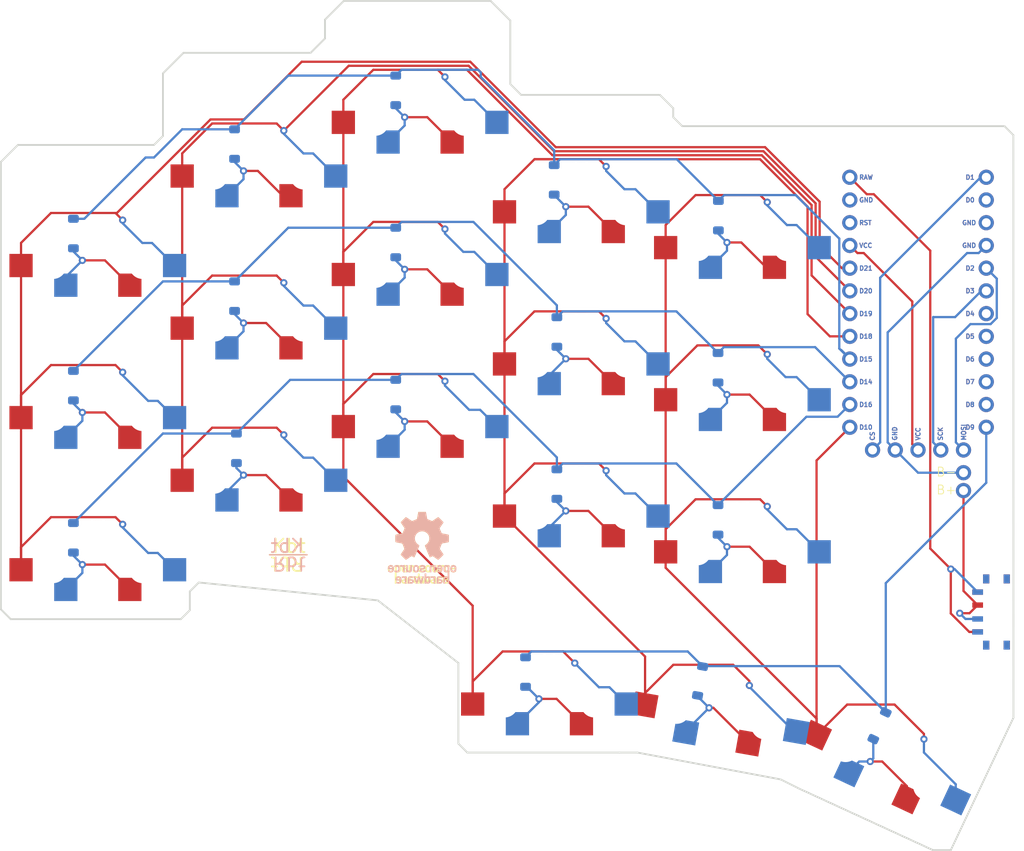
<source format=kicad_pcb>
(kicad_pcb (version 20221018) (generator pcbnew)
  (layers (0 "F.Cu" signal) (31 "B.Cu" signal) (34 "B.Paste" user) (35 "F.Paste" user) (36 "B.SilkS" user "B.Silkscreen") (37 "F.SilkS" user "F.Silkscreen") (38 "B.Mask" user) (39 "F.Mask" user) (44 "Edge.Cuts" user))
  (net 0 "")
  (net 1 "RAW1")
  (net 2 "/C1R1")
  (net 3 "/C2R1")
  (net 4 "/C3R1")
  (net 5 "/C4R1")
  (net 6 "/C5R1")
  (net 7 "RAW2")
  (net 8 "/C1R2")
  (net 9 "/C2R2")
  (net 10 "/C3R2")
  (net 11 "/C4R2")
  (net 12 "/C5R2")
  (net 13 "RAW3")
  (net 14 "/C1R3")
  (net 15 "/C2R3")
  (net 16 "/C3R3")
  (net 17 "/C4R3")
  (net 18 "/C5R3")
  (net 19 "RAW4")
  (net 20 "/C3R4")
  (net 21 "/C4R4")
  (net 22 "/C5R4")
  (net 23 "RAW")
  (net 24 "GND")
  (net 26 "VCC")
  (net 27 "COL1")
  (net 28 "COL2")
  (net 29 "COL3")
  (net 30 "COL4")
  (net 31 "CS")
  (net 34 "MOSI")
  (net 35 "SCK")
  (net 41 "COL5")
  (net 42 "B+")
  (footprint "Kbt_footprints:Kailh choc switch reversible" (layer "F.Cu") (at 136 84)
    (fp_text reference "SW_Kailh8" hide)
    (fp_text value "~")
  )
  (footprint "Kbt_footprints:D_SOD-123-back" (layer "F.Cu") (at 124 65 -90)
    (fp_text reference "D2" hide)
    (fp_text value "1N4148W")
  )
  (footprint "Kbt_footprints:D_SOD-123-back" (layer "F.Cu") (at 178.04 73 -90)
    (fp_text reference "D5" hide)
    (fp_text value "1N4148W")
  )
  (footprint "Kbt_footprints:D_SOD-123-back" (layer "F.Cu") (at 106 109 -90)
    (fp_text reference "D11" hide)
    (fp_text value "1N4148W")
  )
  (footprint "Kbt_footprints:Kailh choc switch reversible" (layer "F.Cu") (at 100 117)
    (fp_text reference "SW_Kailh11" hide)
    (fp_text value "~")
  )
  (footprint "Kbt_footprints:Kailh choc switch reversible" (layer "F.Cu") (at 172 81)
    (fp_text reference "SW_Kailh5" hide)
    (fp_text value "~")
  )
  (footprint "Kbt_footprints:Nice!Nano gpio" (layer "F.Cu") (at 191.45 97.71)
    (fp_text reference "Nice!Nano1" hide)
    (fp_text value "~")
  )
  (footprint "Kbt_footprints:D_SOD-123-back" (layer "F.Cu") (at 106 92 -90)
    (fp_text reference "D6" hide)
    (fp_text value "1N4148W")
  )
  (footprint "Symbol:OSHW-Logo_7.5x8mm_SilkScreen" (layer "F.Cu") (at 144.93 110.12)
    (fp_text reference "REF**" hide)
    (fp_text value "OSHW-Logo_7.5x8mm_SilkScreen" hide)
  )
  (footprint "Kbt_footprints:Kailh choc switch reversible" (layer "F.Cu") (at 187 135.007778 -25)
    (fp_text reference "SW_Kailh18" hide)
    (fp_text value "~")
  )
  (footprint "Kbt_footprints:D_SOD-123-back" (layer "F.Cu") (at 160 103 -90)
    (fp_text reference "D14" hide)
    (fp_text value "1N4148W")
  )
  (footprint "Kbt_footprints:D_SOD-123-back" (layer "F.Cu") (at 160 86 -90)
    (fp_text reference "D9" hide)
    (fp_text value "1N4148W")
  )
  (footprint "Kbt_footprints:D_SOD-123-back" (layer "F.Cu") (at 142 76 -90)
    (fp_text reference "D8" hide)
    (fp_text value "1N4148W")
  )
  (footprint "Kbt_footprints:Kailh choc switch reversible" (layer "F.Cu") (at 118 107)
    (fp_text reference "SW_Kailh12" hide)
    (fp_text value "~")
  )
  (footprint "Kbt_footprints:D_SOD-123-back" (layer "F.Cu") (at 142 59 -90)
    (fp_text reference "D3" hide)
    (fp_text value "1N4148W")
  )
  (footprint "Kbt_footprints:D_SOD-123-back" (layer "F.Cu") (at 178 90 -90)
    (fp_text reference "D10" hide)
    (fp_text value "1N4148W")
  )
  (footprint "Kbt_footprints:D_SOD-123-back" (layer "F.Cu") (at 124 82 -90)
    (fp_text reference "D7" hide)
    (fp_text value "1N4148W")
  )
  (footprint "Kbt_footprints:D_SOD-123-back" (layer "F.Cu") (at 124.21 99 -90)
    (fp_text reference "D12" hide)
    (fp_text value "1N4148W")
  )
  (footprint "Kbt_footprints:S2B-PH-K-S" (layer "F.Cu") (at 205.42 103.73)
    (fp_text reference "S2B-PH-K-S1" hide)
    (fp_text value "~")
  )
  (footprint "Kbt_footprints:D_SOD-123-back" (layer "F.Cu") (at 156.5 124.007778 -90)
    (fp_text reference "D16" hide)
    (fp_text value "1N4148W")
  )
  (footprint "Kbt_footprints:D_SOD-123-back" (layer "F.Cu") (at 106 75 -90)
    (fp_text reference "D1" hide)
    (fp_text value "1N4148W")
  )
  (footprint "Kbt_footprints:Kailh choc switch reversible" (layer "F.Cu") (at 136 101)
    (fp_text reference "SW_Kailh13" hide)
    (fp_text value "~")
  )
  (footprint "Kbt_footprints:Kailh choc switch reversible" (layer "F.Cu") (at 150.445 132.007778)
    (fp_text reference "SW_Kailh16" hide)
    (fp_text value "~")
  )
  (footprint "Kbt_footprints:D_SOD-123-back" (layer "F.Cu") (at 196.04 130.007778 -115)
    (fp_text reference "D18" hide)
    (fp_text value "1N4148W")
  )
  (footprint "Kbt_footprints:Kailh choc switch reversible" (layer "F.Cu") (at 168.935 132.007778 -10)
    (fp_text reference "SW_Kailh17" hide)
    (fp_text value "~")
  )
  (footprint "Kbt_footprints:Kailh choc switch reversible" (layer "F.Cu") (at 100 83)
    (fp_text reference "SW_Kailh1" hide)
    (fp_text value "~")
  )
  (footprint "Kbt_footprints:Kailh choc switch reversible" (layer "F.Cu") (at 118 73)
    (fp_text reference "SW_Kailh2" hide)
    (fp_text value "~")
  )
  (footprint "Kbt_footprints:D_SOD-123-back" (layer "F.Cu") (at 178 107 -90)
    (fp_text reference "D15" hide)
    (fp_text value "1N4148W")
  )
  (footprint "Kbt_footprints:SW_MSK12C02" (layer "F.Cu") (at 206.95 121)
    (fp_text reference "SW_MSK12C1" hide)
    (fp_text value "~")
  )
  (footprint "Kbt_footprints:Kailh choc switch reversible" (layer "F.Cu") (at 154 94)
    (fp_text reference "SW_Kailh9" hide)
    (fp_text value "~")
  )
  (footprint "Kbt_footprints:D_SOD-123-back" (layer "F.Cu") (at 176 125.007778 -100)
    (fp_text reference "D17" hide)
    (fp_text value "1N4148W")
  )
  (footprint "Kbt_footprints:Kailh choc switch reversible" (layer "F.Cu") (at 154 77)
    (fp_text reference "SW_Kailh4" hide)
    (fp_text value "~")
  )
  (footprint "Kbt_footprints:Nice!View pins" (layer "F.Cu") (at 193.34 100.18)
    (fp_text reference "Nice!View1" hide)
    (fp_text value "~")
  )
  (footprint "Kbt_footprints:D_SOD-123-back" (layer "F.Cu") (at 142 93 -90)
    (fp_text reference "D13" hide)
    (fp_text value "1N4148W")
  )
  (footprint "Kbt_footprints:Kailh choc switch reversible" (layer "F.Cu") (at 136 67)
    (fp_text reference "SW_Kailh3" hide)
    (fp_text value "~")
  )
  (footprint "Kbt_footprints:Kailh choc switch reversible" (layer "F.Cu") (at 172 115)
    (fp_text reference "SW_Kailh15" hide)
    (fp_text value "~")
  )
  (footprint "Kbt_footprints:Kailh choc switch reversible" (layer "F.Cu") (at 154 111)
    (fp_text reference "SW_Kailh14" hide)
    (fp_text value "~")
  )
  (footprint "Kbt_footprints:Kailh choc switch reversible" (layer "F.Cu") (at 172 98)
    (fp_text reference "SW_Kailh10" hide)
    (fp_text value "~")
  )
  (footprint "Kbt_footprints:D_SOD-123-back" (layer "F.Cu") (at 159.7 69 -90)
    (fp_text reference "D4" hide)
    (fp_text value "1N4148W")
  )
  (footprint "Kbt_footprints:Kailh choc switch reversible" (layer "F.Cu") (at 118 90)
    (fp_text reference "SW_Kailh7" hide)
    (fp_text value "~")
  )
  (footprint "Kbt_footprints:Kailh choc switch reversible" (layer "F.Cu") (at 100 100)
    (fp_text reference "SW_Kailh6" hide)
    (fp_text value "~")
  )
  (footprint "Symbol:OSHW-Logo_7.5x8mm_SilkScreen" (layer "B.Cu") (at 144.96 110.12 180)
    (fp_text reference "REF**" hide)
    (fp_text value "OSHW-Logo_7.5x8mm_SilkScreen" hide)
  )
  (gr_line (start 127.9 110.9) (end 132.1 110.9) (stroke (width 0.15)) (layer "B.SilkS"))
  (gr_line (start 127.9 110.9) (end 132.1 110.9) (stroke (width 0.15)) (layer "F.SilkS"))
  (gr_line (start 152.6 49) (end 154.8 51.2) (stroke (width 0.2)) (layer "Edge.Cuts"))
  (gr_line (start 174 63) (end 210 63) (stroke (width 0.2)) (layer "Edge.Cuts"))
  (gr_line (start 169 133.007778) (end 185 136.007778) (stroke (width 0.2)) (layer "Edge.Cuts"))
  (gr_line (start 119 117.1) (end 118 118.1) (stroke (width 0.2)) (layer "Edge.Cuts"))
  (gr_line (start 97.9 117) (end 97.9 67) (stroke (width 0.2)) (layer "Edge.Cuts"))
  (gr_line (start 154.8 58.3) (end 154.8 51.2) (stroke (width 0.2)) (layer "Edge.Cuts"))
  (gr_line (start 156 59.5) (end 154.8 58.3) (stroke (width 0.2)) (layer "Edge.Cuts"))
  (gr_line (start 167 133.007778) (end 169 133.007778) (stroke (width 0.2)) (layer "Edge.Cuts"))
  (gr_line (start 171.5 59.5) (end 156 59.5) (stroke (width 0.2)) (layer "Edge.Cuts"))
  (gr_line (start 99 118.1) (end 97.9 117) (stroke (width 0.2)) (layer "Edge.Cuts"))
  (gr_line (start 134.1 53.2) (end 134.1 51.1) (stroke (width 0.2)) (layer "Edge.Cuts"))
  (gr_line (start 134.1 51.1) (end 136.2 49) (stroke (width 0.2)) (layer "Edge.Cuts"))
  (gr_line (start 116 64.1) (end 116 57.1) (stroke (width 0.2)) (layer "Edge.Cuts"))
  (gr_line (start 99.8 65.1) (end 115 65.1) (stroke (width 0.2)) (layer "Edge.Cuts"))
  (gr_line (start 185 136.007778) (end 187 137.007778) (stroke (width 0.2)) (layer "Edge.Cuts"))
  (gr_line (start 149 123) (end 140 116) (stroke (width 0.2)) (layer "Edge.Cuts"))
  (gr_line (start 174 63) (end 173 62) (stroke (width 0.2)) (layer "Edge.Cuts"))
  (gr_line (start 210 63) (end 210.99 64.01) (stroke (width 0.2)) (layer "Edge.Cuts"))
  (gr_line (start 202 143.907778) (end 204 143.907778) (stroke (width 0.2)) (layer "Edge.Cuts"))
  (gr_line (start 136.2 49) (end 152.6 49) (stroke (width 0.2)) (layer "Edge.Cuts"))
  (gr_line (start 211 129.1) (end 210.99 64.01) (stroke (width 0.2)) (layer "Edge.Cuts"))
  (gr_line (start 149 132.007778) (end 150 133.007778) (stroke (width 0.2)) (layer "Edge.Cuts"))
  (gr_line (start 132.5 54.8) (end 134.1 53.2) (stroke (width 0.2)) (layer "Edge.Cuts"))
  (gr_line (start 120 114) (end 140 116) (stroke (width 0.2)) (layer "Edge.Cuts"))
  (gr_line (start 115 65.1) (end 116 64.1) (stroke (width 0.2)) (layer "Edge.Cuts"))
  (gr_line (start 149 123) (end 149 132.007778) (stroke (width 0.2)) (layer "Edge.Cuts"))
  (gr_line (start 116 57.1) (end 118.3 54.8) (stroke (width 0.2)) (layer "Edge.Cuts"))
  (gr_line (start 187 137.007778) (end 202 143.907778) (stroke (width 0.2)) (layer "Edge.Cuts"))
  (gr_line (start 173 62) (end 173 61) (stroke (width 0.2)) (layer "Edge.Cuts"))
  (gr_line (start 204 143.907778) (end 211 129.107778) (stroke (width 0.2)) (layer "Edge.Cuts"))
  (gr_line (start 120 114) (end 119 115) (stroke (width 0.2)) (layer "Edge.Cuts"))
  (gr_line (start 97.9 67) (end 99.8 65.1) (stroke (width 0.2)) (layer "Edge.Cuts"))
  (gr_line (start 173 61) (end 171.5 59.5) (stroke (width 0.2)) (layer "Edge.Cuts"))
  (gr_line (start 118.3 54.8) (end 132.5 54.8) (stroke (width 0.2)) (layer "Edge.Cuts"))
  (gr_line (start 150 133.007778) (end 167 133.007778) (stroke (width 0.2)) (layer "Edge.Cuts"))
  (gr_line (start 99 118.1) (end 118 118.1) (stroke (width 0.2)) (layer "Edge.Cuts"))
  (gr_line (start 119 117.1) (end 119 115) (stroke (width 0.2)) (layer "Edge.Cuts"))
  (gr_text "Rbt" (at 128.1 111 180) (layer "B.SilkS") (effects (font (size 1.5 1.5) (thickness 0.2)) (justify left bottom mirror)))
  (gr_text "Kbt" (at 131.87 110.79) (layer "B.SilkS") (effects (font (size 1.5 1.5) (thickness 0.2)) (justify left bottom mirror)))
  (gr_text "Kbt" (at 128.1 110.79) (layer "F.SilkS") (effects (font (size 1.5 1.5) (thickness 0.2)) (justify left bottom)))
  (gr_text "Rbt" (at 131.87 111.01 180) (layer "F.SilkS") (effects (font (size 1.5 1.5) (thickness 0.2)) (justify left bottom)))
  (segment (start 178.04 71.35) (end 178.69 70.7) (width 0.25) (layer "B.Cu") (net 1))
  (segment (start 107.215507 73.35) (end 114.065507 66.5) (width 0.25) (layer "B.Cu") (net 1))
  (segment (start 114.065507 66.5) (end 115 66.5) (width 0.25) (layer "B.Cu") (net 1))
  (segment (start 159.7 67.35) (end 160.35 66.7) (width 0.25) (layer "B.Cu") (net 1))
  (segment (start 159.7 65.7) (end 159.7 67.35) (width 0.25) (layer "B.Cu") (net 1))
  (segment (start 191.755 88.005) (end 192.93 89.18) (width 0.25) (layer "B.Cu") (net 1))
  (segment (start 191.545 75.57) (end 191.545 87.855) (width 0.25) (layer "B.Cu") (net 1))
  (segment (start 151.5 57.5) (end 159.7 65.7) (width 0.25) (layer "B.Cu") (net 1))
  (segment (start 151.2 56.7) (end 151.5 57) (width 0.25) (layer "B.Cu") (net 1))
  (segment (start 118.15 63.35) (end 124 63.35) (width 0.25) (layer "B.Cu") (net 1))
  (segment (start 124 63.35) (end 130 57.35) (width 0.25) (layer "B.Cu") (net 1))
  (segment (start 115 66.5) (end 118.15 63.35) (width 0.25) (layer "B.Cu") (net 1))
  (segment (start 106 73.35) (end 107.215507 73.35) (width 0.25) (layer "B.Cu") (net 1))
  (segment (start 191.545 87.855) (end 192.72 89.03) (width 0.25) (layer "B.Cu") (net 1))
  (segment (start 142.65 56.7) (end 151.2 56.7) (width 0.25) (layer "B.Cu") (net 1))
  (segment (start 186.675 70.7) (end 191.545 75.57) (width 0.25) (layer "B.Cu") (net 1))
  (segment (start 151.5 57) (end 151.5 57.5) (width 0.25) (layer "B.Cu") (net 1))
  (segment (start 142 57.35) (end 142.65 56.7) (width 0.25) (layer "B.Cu") (net 1))
  (segment (start 178.69 70.7) (end 186.675 70.7) (width 0.25) (layer "B.Cu") (net 1))
  (segment (start 130 57.35) (end 142 57.35) (width 0.25) (layer "B.Cu") (net 1))
  (segment (start 173.39 66.7) (end 178.04 71.35) (width 0.25) (layer "B.Cu") (net 1))
  (segment (start 160.35 66.7) (end 173.39 66.7) (width 0.25) (layer "B.Cu") (net 1))
  (segment (start 109.525 78) (end 107 78) (width 0.25) (layer "F.Cu") (net 2))
  (segment (start 112.3 80.775) (end 109.525 78) (width 0.25) (layer "F.Cu") (net 2))
  (via (at 107 78) (size 0.8) (drill 0.4) (layers "F.Cu" "B.Cu") (net 2))
  (segment (start 106 76.65) (end 106 77) (width 0.25) (layer "B.Cu") (net 2))
  (segment (start 106 77) (end 107 78) (width 0.25) (layer "B.Cu") (net 2))
  (segment (start 105.15 80.775) (end 105.15 79.85) (width 0.25) (layer "B.Cu") (net 2))
  (segment (start 105.15 79.85) (end 107 78) (width 0.25) (layer "B.Cu") (net 2))
  (segment (start 126.60165 68) (end 125 68) (width 0.25) (layer "F.Cu") (net 3))
  (segment (start 130.3 70.775) (end 129.37665 70.775) (width 0.25) (layer "F.Cu") (net 3))
  (segment (start 129.37665 70.775) (end 126.60165 68) (width 0.25) (layer "F.Cu") (net 3))
  (via (at 125 68) (size 0.8) (drill 0.4) (layers "F.Cu" "B.Cu") (net 3))
  (segment (start 125 68.925) (end 125 68) (width 0.25) (layer "B.Cu") (net 3))
  (segment (start 124 67) (end 125 68) (width 0.25) (layer "B.Cu") (net 3))
  (segment (start 124 66.65) (end 124 67) (width 0.25) (layer "B.Cu") (net 3))
  (segment (start 123.15 70.775) (end 125 68.925) (width 0.25) (layer "B.Cu") (net 3))
  (segment (start 148.3 64.775) (end 145.525 62) (width 0.25) (layer "F.Cu") (net 4))
  (segment (start 145.525 62) (end 143 62) (width 0.25) (layer "F.Cu") (net 4))
  (via (at 143 62) (size 0.8) (drill 0.4) (layers "F.Cu" "B.Cu") (net 4))
  (segment (start 141.15 64.775) (end 143 62.925) (width 0.25) (layer "B.Cu") (net 4))
  (segment (start 142 61) (end 143 62) (width 0.25) (layer "B.Cu") (net 4))
  (segment (start 143 62.925) (end 143 62) (width 0.25) (layer "B.Cu") (net 4))
  (segment (start 142 60.65) (end 142 61) (width 0.25) (layer "B.Cu") (net 4))
  (segment (start 166.3 74.775) (end 163.525 72) (width 0.25) (layer "F.Cu") (net 5))
  (segment (start 163.525 72) (end 161 72) (width 0.25) (layer "F.Cu") (net 5))
  (via (at 161 72) (size 0.8) (drill 0.4) (layers "F.Cu" "B.Cu") (net 5))
  (segment (start 159.15 74.775) (end 161 72.925) (width 0.25) (layer "B.Cu") (net 5))
  (segment (start 159.7 70.65) (end 159.7 70.7) (width 0.25) (layer "B.Cu") (net 5))
  (segment (start 159.7 70.7) (end 161 72) (width 0.25) (layer "B.Cu") (net 5))
  (segment (start 161 72.925) (end 161 72) (width 0.25) (layer "B.Cu") (net 5))
  (segment (start 180.60165 76) (end 179 76) (width 0.25) (layer "F.Cu") (net 6))
  (segment (start 184.3 78.775) (end 183.37665 78.775) (width 0.25) (layer "F.Cu") (net 6))
  (segment (start 183.37665 78.775) (end 180.60165 76) (width 0.25) (layer "F.Cu") (net 6))
  (via (at 179 76) (size 0.8) (drill 0.4) (layers "F.Cu" "B.Cu") (net 6))
  (segment (start 178.04 75.04) (end 179 76) (width 0.25) (layer "B.Cu") (net 6))
  (segment (start 177.15 78.775) (end 179 76.925) (width 0.25) (layer "B.Cu") (net 6))
  (segment (start 178.04 74.65) (end 178.04 75.04) (width 0.25) (layer "B.Cu") (net 6))
  (segment (start 179 76.925) (end 179 76) (width 0.25) (layer "B.Cu") (net 6))
  (segment (start 106 90.35) (end 116 80.35) (width 0.25) (layer "B.Cu") (net 7))
  (segment (start 178.65 87.7) (end 188.85 87.7) (width 0.25) (layer "B.Cu") (net 7))
  (segment (start 160 84.35) (end 160.65 83.7) (width 0.25) (layer "B.Cu") (net 7))
  (segment (start 160 83.025) (end 160 84.35) (width 0.25) (layer "B.Cu") (net 7))
  (segment (start 142 74.35) (end 142.65 73.7) (width 0.25) (layer "B.Cu") (net 7))
  (segment (start 160.65 83.7) (end 173.35 83.7) (width 0.25) (layer "B.Cu") (net 7))
  (segment (start 116 80.35) (end 124 80.35) (width 0.25) (layer "B.Cu") (net 7))
  (segment (start 150.675 73.7) (end 160 83.025) (width 0.25) (layer "B.Cu") (net 7))
  (segment (start 178 88.35) (end 178.65 87.7) (width 0.25) (layer "B.Cu") (net 7))
  (segment (start 130 74.35) (end 142 74.35) (width 0.25) (layer "B.Cu") (net 7))
  (segment (start 124 80.35) (end 130 74.35) (width 0.25) (layer "B.Cu") (net 7))
  (segment (start 173.35 83.7) (end 178 88.35) (width 0.25) (layer "B.Cu") (net 7))
  (segment (start 142.65 73.7) (end 150.675 73.7) (width 0.25) (layer "B.Cu") (net 7))
  (segment (start 188.85 87.7) (end 192.72 91.57) (width 0.25) (layer "B.Cu") (net 7))
  (segment (start 112.3 97.775) (end 109.525 95) (width 0.25) (layer "F.Cu") (net 8))
  (segment (start 109.525 95) (end 107 95) (width 0.25) (layer "F.Cu") (net 8))
  (via (at 107 95) (size 0.8) (drill 0.4) (layers "F.Cu" "B.Cu") (net 8))
  (segment (start 106 93.65) (end 106 94) (width 0.25) (layer "B.Cu") (net 8))
  (segment (start 106 94) (end 107 95) (width 0.25) (layer "B.Cu") (net 8))
  (segment (start 107 95.925) (end 107 95) (width 0.25) (layer "B.Cu") (net 8))
  (segment (start 105.15 97.775) (end 107 95.925) (width 0.25) (layer "B.Cu") (net 8))
  (segment (start 127.525 85) (end 125 85) (width 0.25) (layer "F.Cu") (net 9))
  (segment (start 130.3 87.775) (end 127.525 85) (width 0.25) (layer "F.Cu") (net 9))
  (via (at 125 85) (size 0.8) (drill 0.4) (layers "F.Cu" "B.Cu") (net 9))
  (segment (start 123.15 87.775) (end 125 85.925) (width 0.25) (layer "B.Cu") (net 9))
  (segment (start 124 83.65) (end 124 84) (width 0.25) (layer "B.Cu") (net 9))
  (segment (start 124 84) (end 125 85) (width 0.25) (layer "B.Cu") (net 9))
  (segment (start 125 85.925) (end 125 85) (width 0.25) (layer "B.Cu") (net 9))
  (segment (start 145.525 79) (end 143 79) (width 0.25) (layer "F.Cu") (net 10))
  (segment (start 148.3 81.775) (end 145.525 79) (width 0.25) (layer "F.Cu") (net 10))
  (via (at 143 79) (size 0.8) (drill 0.4) (layers "F.Cu" "B.Cu") (net 10))
  (segment (start 142 77.65) (end 142 78) (width 0.25) (layer "B.Cu") (net 10))
  (segment (start 143 79.925) (end 143 79) (width 0.25) (layer "B.Cu") (net 10))
  (segment (start 141.15 81.775) (end 143 79.925) (width 0.25) (layer "B.Cu") (net 10))
  (segment (start 142 78) (end 143 79) (width 0.25) (layer "B.Cu") (net 10))
  (segment (start 166.3 91.775) (end 163.525 89) (width 0.25) (layer "F.Cu") (net 11))
  (segment (start 163.525 89) (end 161 89) (width 0.25) (layer "F.Cu") (net 11))
  (via (at 161 89) (size 0.8) (drill 0.4) (layers "F.Cu" "B.Cu") (net 11))
  (segment (start 160 87.65) (end 160 88) (width 0.25) (layer "B.Cu") (net 11))
  (segment (start 160 88) (end 161 89) (width 0.25) (layer "B.Cu") (net 11))
  (segment (start 159.15 91.775) (end 159.15 90.85) (width 0.25) (layer "B.Cu") (net 11))
  (segment (start 159.15 90.85) (end 161 89) (width 0.25) (layer "B.Cu") (net 11))
  (segment (start 184.3 95.775) (end 181.525 93) (width 0.25) (layer "F.Cu") (net 12))
  (segment (start 181.525 93) (end 179 93) (width 0.25) (layer "F.Cu") (net 12))
  (via (at 179 93) (size 0.8) (drill 0.4) (layers "F.Cu" "B.Cu") (net 12))
  (segment (start 179 93.925) (end 179 93) (width 0.25) (layer "B.Cu") (net 12))
  (segment (start 178 92) (end 179 93) (width 0.25) (layer "B.Cu") (net 12))
  (segment (start 178 91.65) (end 178 92) (width 0.25) (layer "B.Cu") (net 12))
  (segment (start 177.15 95.775) (end 179 93.925) (width 0.25) (layer "B.Cu") (net 12))
  (segment (start 150.675 90.7) (end 160 100.025) (width 0.25) (layer "B.Cu") (net 13))
  (segment (start 173.35 100.7) (end 178 105.35) (width 0.25) (layer "B.Cu") (net 13))
  (segment (start 191.355 95.475) (end 192.72 94.11) (width 0.25) (layer "B.Cu") (net 13))
  (segment (start 187.875 95.475) (end 191.355 95.475) (width 0.25) (layer "B.Cu") (net 13))
  (segment (start 116 97.35) (end 124.21 97.35) (width 0.25) (layer "B.Cu") (net 13))
  (segment (start 142.65 90.7) (end 150.675 90.7) (width 0.25) (layer "B.Cu") (net 13))
  (segment (start 130.21 91.35) (end 142 91.35) (width 0.25) (layer "B.Cu") (net 13))
  (segment (start 160 100.025) (end 160 101.35) (width 0.25) (layer "B.Cu") (net 13))
  (segment (start 106 107.35) (end 116 97.35) (width 0.25) (layer "B.Cu") (net 13))
  (segment (start 178 105.35) (end 187.875 95.475) (width 0.25) (layer "B.Cu") (net 13))
  (segment (start 124.21 97.35) (end 130.21 91.35) (width 0.25) (layer "B.Cu") (net 13))
  (segment (start 160 101.35) (end 160.65 100.7) (width 0.25) (layer "B.Cu") (net 13))
  (segment (start 142 91.35) (end 142.65 90.7) (width 0.25) (layer "B.Cu") (net 13))
  (segment (start 160.65 100.7) (end 173.35 100.7) (width 0.25) (layer "B.Cu") (net 13))
  (segment (start 112.3 114.775) (end 109.525 112) (width 0.25) (layer "F.Cu") (net 14))
  (segment (start 109.525 112) (end 107 112) (width 0.25) (layer "F.Cu") (net 14))
  (via (at 107 112) (size 0.8) (drill 0.4) (layers "F.Cu" "B.Cu") (net 14))
  (segment (start 106 110.65) (end 106 111) (width 0.25) (layer "B.Cu") (net 14))
  (segment (start 107 112.925) (end 107 112) (width 0.25) (layer "B.Cu") (net 14))
  (segment (start 106 111) (end 107 112) (width 0.25) (layer "B.Cu") (net 14))
  (segment (start 105.15 114.775) (end 107 112.925) (width 0.25) (layer "B.Cu") (net 14))
  (segment (start 130.3 104.775) (end 127.525 102) (width 0.25) (layer "F.Cu") (net 15))
  (segment (start 127.525 102) (end 125 102) (width 0.25) (layer "F.Cu") (net 15))
  (via (at 125 102) (size 0.8) (drill 0.4) (layers "F.Cu" "B.Cu") (net 15))
  (segment (start 123.15 103.85) (end 125 102) (width 0.25) (layer "B.Cu") (net 15))
  (segment (start 124.21 100.65) (end 124.21 101.21) (width 0.25) (layer "B.Cu") (net 15))
  (segment (start 124.21 101.21) (end 125 102) (width 0.25) (layer "B.Cu") (net 15))
  (segment (start 123.15 104.775) (end 123.15 103.85) (width 0.25) (layer "B.Cu") (net 15))
  (segment (start 145.525 96) (end 143 96) (width 0.25) (layer "F.Cu") (net 16))
  (segment (start 148.3 98.775) (end 145.525 96) (width 0.25) (layer "F.Cu") (net 16))
  (via (at 143 96) (size 0.8) (drill 0.4) (layers "F.Cu" "B.Cu") (net 16))
  (segment (start 141.15 98.775) (end 143 96.925) (width 0.25) (layer "B.Cu") (net 16))
  (segment (start 142 95) (end 143 96) (width 0.25) (layer "B.Cu") (net 16))
  (segment (start 142 94.65) (end 142 95) (width 0.25) (layer "B.Cu") (net 16))
  (segment (start 143 96.925) (end 143 96) (width 0.25) (layer "B.Cu") (net 16))
  (segment (start 166.3 108.775) (end 163.525 106) (width 0.25) (layer "F.Cu") (net 17))
  (segment (start 163.525 106) (end 161 106) (width 0.25) (layer "F.Cu") (net 17))
  (via (at 161 106) (size 0.8) (drill 0.4) (layers "F.Cu" "B.Cu") (net 17))
  (segment (start 159.15 107.85) (end 161 106) (width 0.25) (layer "B.Cu") (net 17))
  (segment (start 160 104.65) (end 160 105) (width 0.25) (layer "B.Cu") (net 17))
  (segment (start 160 105) (end 161 106) (width 0.25) (layer "B.Cu") (net 17))
  (segment (start 159.15 108.775) (end 159.15 107.85) (width 0.25) (layer "B.Cu") (net 17))
  (segment (start 184.3 112.775) (end 181.525 110) (width 0.25) (layer "F.Cu") (net 18))
  (segment (start 181.525 110) (end 179 110) (width 0.25) (layer "F.Cu") (net 18))
  (via (at 179 110) (size 0.8) (drill 0.4) (layers "F.Cu" "B.Cu") (net 18))
  (segment (start 178 108.65) (end 178 109) (width 0.25) (layer "B.Cu") (net 18))
  (segment (start 177.15 112.775) (end 179 110.925) (width 0.25) (layer "B.Cu") (net 18))
  (segment (start 179 110.925) (end 179 110) (width 0.25) (layer "B.Cu") (net 18))
  (segment (start 178 109) (end 179 110) (width 0.25) (layer "B.Cu") (net 18))
  (segment (start 196.73732 128.51237) (end 192.61 124.38505) (width 0.25) (layer "B.Cu") (net 19))
  (segment (start 174.611452 121.707778) (end 176.286519 123.382845) (width 0.25) (layer "B.Cu") (net 19))
  (segment (start 156.5 122.357778) (end 157.15 121.707778) (width 0.25) (layer "B.Cu") (net 19))
  (segment (start 196.73732 128.51237) (end 196.73732 114.074381) (width 0.25) (layer "B.Cu") (net 19))
  (segment (start 176.321549 123.347815) (end 191.572765 123.347815) (width 0.25) (layer "B.Cu") (net 19))
  (segment (start 196.73732 114.074381) (end 207.96 102.851701) (width 0.25) (layer "B.Cu") (net 19))
  (segment (start 176.286519 123.382845) (end 176.321549 123.347815) (width 0.25) (layer "B.Cu") (net 19))
  (segment (start 157.15 121.707778) (end 174.611452 121.707778) (width 0.25) (layer "B.Cu") (net 19))
  (segment (start 191.572765 123.347815) (end 196.73732 128.51237) (width 0.25) (layer "B.Cu") (net 19))
  (segment (start 207.96 102.851701) (end 207.96 96.65) (width 0.25) (layer "B.Cu") (net 19))
  (segment (start 162.745 129.782778) (end 159.97 127.007778) (width 0.25) (layer "F.Cu") (net 20))
  (segment (start 159.97 127.007778) (end 158 127.007778) (width 0.25) (layer "F.Cu") (net 20))
  (via (at 158 127.007778) (size 0.8) (drill 0.4) (layers "F.Cu" "B.Cu") (net 20))
  (segment (start 155.595 129.782778) (end 158 127.377778) (width 0.25) (layer "B.Cu") (net 20))
  (segment (start 156.5 125.657778) (end 156.65 125.657778) (width 0.25) (layer "B.Cu") (net 20))
  (segment (start 158 127.377778) (end 158 127.007778) (width 0.25) (layer "B.Cu") (net 20))
  (segment (start 156.65 125.657778) (end 158 127.007778) (width 0.25) (layer "B.Cu") (net 20))
  (segment (start 177.489828 128.007778) (end 177 128.007778) (width 0.25) (layer "F.Cu") (net 21))
  (segment (start 181.434503 131.952453) (end 177.489828 128.007778) (width 0.25) (layer "F.Cu") (net 21))
  (via (at 177 128.007778) (size 0.8) (drill 0.4) (layers "F.Cu" "B.Cu") (net 21))
  (segment (start 175.713481 126.632711) (end 175.713481 126.721259) (width 0.25) (layer "B.Cu") (net 21))
  (segment (start 174.393127 130.710869) (end 174.393127 130.614651) (width 0.25) (layer "B.Cu") (net 21))
  (segment (start 174.393127 130.614651) (end 177 128.007778) (width 0.25) (layer "B.Cu") (net 21))
  (segment (start 175.713481 126.721259) (end 177 128.007778) (width 0.25) (layer "B.Cu") (net 21))
  (segment (start 196.340632 134.007778) (end 195 134.007778) (width 0.25) (layer "F.Cu") (net 22))
  (segment (start 199.087911 136.755057) (end 196.340632 134.007778) (width 0.25) (layer "F.Cu") (net 22))
  (segment (start 199.087911 138.189448) (end 199.087911 136.755057) (width 0.25) (layer "F.Cu") (net 22))
  (via (at 195 134.007778) (size 0.8) (drill 0.4) (layers "F.Cu" "B.Cu") (net 22))
  (segment (start 192.607811 135.167727) (end 193.76776 134.007778) (width 0.25) (layer "B.Cu") (net 22))
  (segment (start 195.34268 131.503186) (end 195.34268 133.665098) (width 0.25) (layer "B.Cu") (net 22))
  (segment (start 193.76776 134.007778) (end 195 134.007778) (width 0.25) (layer "B.Cu") (net 22))
  (segment (start 195.34268 133.665098) (end 195 134.007778) (width 0.25) (layer "B.Cu") (net 22))
  (segment (start 201.705 110.205) (end 204 112.5) (width 0.25) (layer "F.Cu") (net 23))
  (segment (start 207 119.525) (end 206.06433 119.525) (width 0.25) (layer "F.Cu") (net 23))
  (segment (start 206.06433 119.525) (end 204 117.46067) (width 0.25) (layer "F.Cu") (net 23))
  (segment (start 204 112.5) (end 204.125 112.625) (width 0.25) (layer "F.Cu") (net 23))
  (segment (start 201.705 76.914629) (end 201.705 110.205) (width 0.25) (layer "F.Cu") (net 23))
  (segment (start 204.125 112.375) (end 204 112.5) (width 0.25) (layer "F.Cu") (net 23))
  (segment (start 194.618609 70.608609) (end 195.39898 70.608609) (width 0.25) (layer "F.Cu") (net 23))
  (segment (start 192.72 68.71) (end 194.618609 70.608609) (width 0.25) (layer "F.Cu") (net 23))
  (segment (start 195.39898 70.608609) (end 201.705 76.914629) (width 0.25) (layer "F.Cu") (net 23))
  (segment (start 204 117.46067) (end 204 112.5) (width 0.25) (layer "F.Cu") (net 23))
  (via (at 204 112.5) (size 0.8) (drill 0.4) (layers "F.Cu" "B.Cu") (net 23))
  (segment (start 204.425 112.5) (end 204 112.5) (width 0.25) (layer "B.Cu") (net 23))
  (segment (start 207 115.075) (end 204.425 112.5) (width 0.25) (layer "B.Cu") (net 23))
  (segment (start 205.82 77.18) (end 207.11 77.18) (width 0.25) (layer "B.Cu") (net 24))
  (segment (start 196.95 98.34) (end 196.95 86.05) (width 0.25) (layer "B.Cu") (net 24))
  (segment (start 200.34 101.73) (end 197.8 99.19) (width 0.25) (layer "B.Cu") (net 24))
  (segment (start 197.8 99.19) (end 196.95 98.34) (width 0.25) (layer "B.Cu") (net 24))
  (segment (start 207.11 77.18) (end 207.96 76.33) (width 0.25) (layer "B.Cu") (net 24))
  (segment (start 196.95 86.05) (end 205.82 77.18) (width 0.25) (layer "B.Cu") (net 24))
  (segment (start 205.42 101.73) (end 200.34 101.73) (width 0.25) (layer "B.Cu") (net 24))
  (segment (start 199.698609 98.548609) (end 200.34 99.19) (width 0.25) (layer "F.Cu") (net 26))
  (segment (start 199.698609 82.599667) (end 199.698609 98.548609) (width 0.25) (layer "F.Cu") (net 26))
  (segment (start 194.278942 77.18) (end 199.698609 82.599667) (width 0.25) (layer "F.Cu") (net 26))
  (segment (start 192.72 76.33) (end 193.57 77.18) (width 0.25) (layer "F.Cu") (net 26))
  (segment (start 193.57 77.18) (end 194.278942 77.18) (width 0.25) (layer "F.Cu") (net 26))
  (segment (start 131.5 55.8) (end 125.05 62.25) (width 0.25) (layer "F.Cu") (net 27))
  (segment (start 110.7 89.7) (end 111.5 90.5) (width 0.25) (layer "F.Cu") (net 27))
  (segment (start 103.496878 106.7) (end 110.7 106.7) (width 0.25) (layer "F.Cu") (net 27))
  (segment (start 100.15 78.575) (end 100.15 76.046878) (width 0.25) (layer "F.Cu") (net 27))
  (segment (start 100.15 95.575) (end 100.15 93.046878) (width 0.25) (layer "F.Cu") (net 27))
  (segment (start 103.496878 89.7) (end 110.7 89.7) (width 0.25) (layer "F.Cu") (net 27))
  (segment (start 110.860482 72.7) (end 110.7 72.7) (width 0.25) (layer "F.Cu") (net 27))
  (segment (start 110.7 72.7) (end 111.5 73.5) (width 0.25) (layer "F.Cu") (net 27))
  (segment (start 189.35 71.440812) (end 183.259188 65.35) (width 0.25) (layer "F.Cu") (net 27))
  (segment (start 191.841701 78.87) (end 189.35 76.378299) (width 0.25) (layer "F.Cu") (net 27))
  (segment (start 100.15 112.575) (end 100.15 110.046878) (width 0.25) (layer "F.Cu") (net 27))
  (segment (start 100.15 78.575) (end 100.15 112.575) (width 0.25) (layer "F.Cu") (net 27))
  (segment (start 125.05 62.25) (end 121.310482 62.25) (width 0.25) (layer "F.Cu") (net 27))
  (segment (start 100.15 93.046878) (end 103.496878 89.7) (width 0.25) (layer "F.Cu") (net 27))
  (segment (start 159.875914 65.35) (end 150.325914 55.8) (width 0.25) (layer "F.Cu") (net 27))
  (segment (start 150.325914 55.8) (end 131.5 55.8) (width 0.25) (layer "F.Cu") (net 27))
  (segment (start 110.7 106.7) (end 111.5 107.5) (width 0.25) (layer "F.Cu") (net 27))
  (segment (start 100.15 76.046878) (end 103.496878 72.7) (width 0.25) (layer "F.Cu") (net 27))
  (segment (start 121.310482 62.25) (end 110.860482 72.7) (width 0.25) (layer "F.Cu") (net 27))
  (segment (start 100.15 110.046878) (end 103.496878 106.7) (width 0.25) (layer "F.Cu") (net 27))
  (segment (start 103.496878 72.7) (end 110.7 72.7) (width 0.25) (layer "F.Cu") (net 27))
  (segment (start 192.72 78.87) (end 191.841701 78.87) (width 0.25) (layer "F.Cu") (net 27))
  (segment (start 183.259188 65.35) (end 159.875914 65.35) (width 0.25) (layer "F.Cu") (net 27))
  (segment (start 189.35 76.378299) (end 189.35 71.440812) (width 0.25) (layer "F.Cu") (net 27))
  (via (at 111.5 90.5) (size 0.8) (drill 0.4) (layers "F.Cu" "B.Cu") (net 27))
  (via (at 111.5 73.5) (size 0.8) (drill 0.4) (layers "F.Cu" "B.Cu") (net 27))
  (via (at 111.5 107.5) (size 0.8) (drill 0.4) (layers "F.Cu" "B.Cu") (net 27))
  (segment (start 117.3 78.575) (end 114.775 76.05) (width 0.25) (layer "B.Cu") (net 27))
  (segment (start 114.346878 110.7) (end 111.5 107.853122) (width 0.25) (layer "B.Cu") (net 27))
  (segment (start 115.425 110.7) (end 114.346878 110.7) (width 0.25) (layer "B.Cu") (net 27))
  (segment (start 113.696878 76.05) (end 111.5 73.853122) (width 0.25) (layer "B.Cu") (net 27))
  (segment (start 114.775 76.05) (end 113.696878 76.05) (width 0.25) (layer "B.Cu") (net 27))
  (segment (start 114.346878 93.7) (end 111.5 90.853122) (width 0.25) (layer "B.Cu") (net 27))
  (segment (start 111.5 73.853122) (end 111.5 73.5) (width 0.25) (layer "B.Cu") (net 27))
  (segment (start 117.3 95.575) (end 115.425 93.7) (width 0.25) (layer "B.Cu") (net 27))
  (segment (start 111.5 107.853122) (end 111.5 107.5) (width 0.25) (layer "B.Cu") (net 27))
  (segment (start 115.425 93.7) (end 114.346878 93.7) (width 0.25) (layer "B.Cu") (net 27))
  (segment (start 117.3 112.575) (end 115.425 110.7) (width 0.25) (layer "B.Cu") (net 27))
  (segment (start 111.5 90.853122) (end 111.5 90.5) (width 0.25) (layer "B.Cu") (net 27))
  (segment (start 118.15 83.046878) (end 121.496878 79.7) (width 0.25) (layer "F.Cu") (net 28))
  (segment (start 118.15 68.575) (end 118.15 102.575) (width 0.25) (layer "F.Cu") (net 28))
  (segment (start 121.496878 79.7) (end 128.7 79.7) (width 0.25) (layer "F.Cu") (net 28))
  (segment (start 150.139518 56.25) (end 136.75 56.25) (width 0.25) (layer "F.Cu") (net 28))
  (segment (start 128.7 96.7) (end 129.5 97.5) (width 0.25) (layer "F.Cu") (net 28))
  (segment (start 118.15 68.575) (end 118.15 66.046878) (width 0.25) (layer "F.Cu") (net 28))
  (segment (start 188.9 71.627208) (end 183.072792 65.8) (width 0.25) (layer "F.Cu") (net 28))
  (segment (start 118.15 102.575) (end 118.15 100.046878) (width 0.25) (layer "F.Cu") (net 28))
  (segment (start 118.15 100.046878) (end 121.496878 96.7) (width 0.25) (layer "F.Cu") (net 28))
  (segment (start 128.7 79.7) (end 129.5 80.5) (width 0.25) (layer "F.Cu") (net 28))
  (segment (start 159.689518 65.8) (end 150.139518 56.25) (width 0.25) (layer "F.Cu") (net 28))
  (segment (start 136.75 56.25) (end 129.5 63.5) (width 0.25) (layer "F.Cu") (net 28))
  (segment (start 121.496878 62.7) (end 128.7 62.7) (width 0.25) (layer "F.Cu") (net 28))
  (segment (start 118.15 66.046878) (end 121.496878 62.7) (width 0.25) (layer "F.Cu") (net 28))
  (segment (start 183.072792 65.8) (end 159.689518 65.8) (width 0.25) (layer "F.Cu") (net 28))
  (segment (start 118.15 85.575) (end 118.15 83.046878) (width 0.25) (layer "F.Cu") (net 28))
  (segment (start 121.496878 96.7) (end 128.7 96.7) (width 0.25) (layer "F.Cu") (net 28))
  (segment (start 128.7 62.7) (end 129.5 63.5) (width 0.25) (layer "F.Cu") (net 28))
  (segment (start 188.9 77.59) (end 188.9 71.627208) (width 0.25) (layer "F.Cu") (net 28))
  (segment (start 192.72 81.41) (end 188.9 77.59) (width 0.25) (layer "F.Cu") (net 28))
  (via (at 129.5 63.5) (size 0.8) (drill 0.4) (layers "F.Cu" "B.Cu") (net 28))
  (via (at 129.5 80.5) (size 0.8) (drill 0.4) (layers "F.Cu" "B.Cu") (net 28))
  (via (at 129.5 97.5) (size 0.8) (drill 0.4) (layers "F.Cu" "B.Cu") (net 28))
  (segment (start 135.3 68.575) (end 132.775 66.05) (width 0.25) (layer "B.Cu") (net 28))
  (segment (start 132.775 66.05) (end 131.696878 66.05) (width 0.25) (layer "B.Cu") (net 28))
  (segment (start 129.5 63.853122) (end 129.5 63.5) (width 0.25) (layer "B.Cu") (net 28))
  (segment (start 132.775 100.05) (end 131.696878 100.05) (width 0.25) (layer "B.Cu") (net 28))
  (segment (start 135.3 102.575) (end 132.775 100.05) (width 0.25) (layer "B.Cu") (net 28))
  (segment (start 131.696878 66.05) (end 129.5 63.853122) (width 0.25) (layer "B.Cu") (net 28))
  (segment (start 129.5 97.853122) (end 129.5 97.5) (width 0.25) (layer "B.Cu") (net 28))
  (segment (start 129.5 80.853122) (end 129.5 80.5) (width 0.25) (layer "B.Cu") (net 28))
  (segment (start 135.3 85.575) (end 132.775 83.05) (width 0.25) (layer "B.Cu") (net 28))
  (segment (start 131.696878 83.05) (end 129.5 80.853122) (width 0.25) (layer "B.Cu") (net 28))
  (segment (start 131.696878 100.05) (end 129.5 97.853122) (width 0.25) (layer "B.Cu") (net 28))
  (segment (start 132.775 83.05) (end 131.696878 83.05) (width 0.25) (layer "B.Cu") (net 28))
  (segment (start 146.7 73.7) (end 147.5 74.5) (width 0.25) (layer "F.Cu") (net 29))
  (segment (start 136.15 77.046878) (end 139.496878 73.7) (width 0.25) (layer "F.Cu") (net 29))
  (segment (start 136.15 94.046878) (end 139.496878 90.7) (width 0.25) (layer "F.Cu") (net 29))
  (segment (start 150.595 127.582778) (end 150.595 125.054656) (width 0.25) (layer "F.Cu") (net 29))
  (segment (start 136.15 60.046878) (end 139.496878 56.7) (width 0.25) (layer "F.Cu") (net 29))
  (segment (start 188.45 79.68) (end 188.45 71.813604) (width 0.25) (layer "F.Cu") (net 29))
  (segment (start 139.496878 56.7) (end 146.7 56.7) (width 0.25) (layer "F.Cu") (net 29))
  (segment (start 136.15 96.575) (end 136.15 102.15) (width 0.25) (layer "F.Cu") (net 29))
  (segment (start 146.7 90.7) (end 147.5 91.5) (width 0.25) (layer "F.Cu") (net 29))
  (segment (start 136.15 62.575) (end 136.15 96.575) (width 0.25) (layer "F.Cu") (net 29))
  (segment (start 150.595 125.054656) (end 153.941878 121.707778) (width 0.25) (layer "F.Cu") (net 29))
  (segment (start 139.496878 90.7) (end 146.7 90.7) (width 0.25) (layer "F.Cu") (net 29))
  (segment (start 160.7 121.707778) (end 162 123.007778) (width 0.25) (layer "F.Cu") (net 29))
  (segment (start 188.45 71.813604) (end 182.886396 66.25) (width 0.25) (layer "F.Cu") (net 29))
  (segment (start 192.72 83.95) (end 188.45 79.68) (width 0.25) (layer "F.Cu") (net 29))
  (segment (start 159.503122 66.25) (end 149.953122 56.7) (width 0.25) (layer "F.Cu") (net 29))
  (segment (start 136.15 79.575) (end 136.15 77.046878) (width 0.25) (layer "F.Cu") (net 29))
  (segment (start 182.886396 66.25) (end 159.503122 66.25) (width 0.25) (layer "F.Cu") (net 29))
  (segment (start 150.595 127.582778) (end 150.595 116.595) (width 0.25) (layer "F.Cu") (net 29))
  (segment (start 136.15 96.575) (end 136.15 94.046878) (width 0.25) (layer "F.Cu") (net 29))
  (segment (start 139.496878 73.7) (end 146.7 73.7) (width 0.25) (layer "F.Cu") (net 29))
  (segment (start 149.953122 56.7) (end 146.7 56.7) (width 0.25) (layer "F.Cu") (net 29))
  (segment (start 153.941878 121.707778) (end 160.7 121.707778) (width 0.25) (layer "F.Cu") (net 29))
  (segment (start 136.15 62.575) (end 136.15 60.046878) (width 0.25) (layer "F.Cu") (net 29))
  (segment (start 150.595 116.595) (end 136.15 102.15) (width 0.25) (layer "F.Cu") (net 29))
  (segment (start 146.7 56.7) (end 147.5 57.5) (width 0.25) (layer "F.Cu") (net 29))
  (via (at 147.5 74.5) (size 0.8) (drill 0.4) (layers "F.Cu" "B.Cu") (net 29))
  (via (at 147.5 57.5) (size 0.8) (drill 0.4) (layers "F.Cu" "B.Cu") (net 29))
  (via (at 147.5 91.5) (size 0.8) (drill 0.4) (layers "F.Cu" "B.Cu") (net 29))
  (via (at 162 123.007778) (size 0.8) (drill 0.4) (layers "F.Cu" "B.Cu") (net 29))
  (segment (start 147.5 57.853122) (end 147.5 57.5) (width 0.25) (layer "B.Cu") (net 29))
  (segment (start 150.775 77.05) (end 149.55 77.05) (width 0.25) (layer "B.Cu") (net 29))
  (segment (start 149.55 77.05) (end 147.5 75) (width 0.25) (layer "B.Cu") (net 29))
  (segment (start 147.5 75) (end 147.5 74.5) (width 0.25) (layer "B.Cu") (net 29))
  (segment (start 164.7 125.707778) (end 162 123.007778) (width 0.25) (layer "B.Cu") (net 29))
  (segment (start 150.2 94.7) (end 147.5 92) (width 0.25) (layer "B.Cu") (net 29))
  (segment (start 165.87 125.707778) (end 164.7 125.707778) (width 0.25) (layer "B.Cu") (net 29))
  (segment (start 153.3 62.575) (end 150.775 60.05) (width 0.25) (layer "B.Cu") (net 29))
  (segment (start 167.745 127.582778) (end 165.87 125.707778) (width 0.25) (layer "B.Cu") (net 29))
  (segment (start 149.696878 60.05) (end 147.5 57.853122) (width 0.25) (layer "B.Cu") (net 29))
  (segment (start 153.3 79.575) (end 150.775 77.05) (width 0.25) (layer "B.Cu") (net 29))
  (segment (start 151.425 94.7) (end 150.2 94.7) (width 0.25) (layer "B.Cu") (net 29))
  (segment (start 150.775 60.05) (end 149.696878 60.05) (width 0.25) (layer "B.Cu") (net 29))
  (segment (start 153.3 96.575) (end 151.425 94.7) (width 0.25) (layer "B.Cu") (net 29))
  (segment (start 147.5 92) (end 147.5 91.5) (width 0.25) (layer "B.Cu") (net 29))
  (segment (start 157.496878 100.7) (end 164.7 100.7) (width 0.25) (layer "F.Cu") (net 30))
  (segment (start 154.15 104.046878) (end 157.496878 100.7) (width 0.25) (layer "F.Cu") (net 30))
  (segment (start 181.5 125.007778) (end 181.5 125.507778) (width 0.25) (layer "F.Cu") (net 30))
  (segment (start 154.15 106.575) (end 154.15 104.046878) (width 0.25) (layer "F.Cu") (net 30))
  (segment (start 154.15 70.046878) (end 157.496878 66.7) (width 0.25) (layer "F.Cu") (net 30))
  (segment (start 154.15 72.575) (end 154.15 106.575) (width 0.25) (layer "F.Cu") (net 30))
  (segment (start 169.851114 122.276114) (end 154.15 106.575) (width 0.25) (layer "F.Cu") (net 30))
  (segment (start 154.15 87.046878) (end 157.496878 83.7) (width 0.25) (layer "F.Cu") (net 30))
  (segment (start 188 72) (end 188 84) (width 0.25) (layer "F.Cu") (net 30))
  (segment (start 164.7 66.7) (end 165.5 67.5) (width 0.25) (layer "F.Cu") (net 30))
  (segment (start 157.496878 83.7) (end 164.7 83.7) (width 0.25) (layer "F.Cu") (net 30))
  (segment (start 164.7 100.7) (end 165.5 101.5) (width 0.25) (layer "F.Cu") (net 30))
  (segment (start 190.49 86.49) (end 192.72 86.49) (width 0.25) (layer "F.Cu") (net 30))
  (segment (start 182.7 66.7) (end 188 72) (width 0.25) (layer "F.Cu") (net 30))
  (segment (start 173.011139 123.19275) (end 179.684972 123.19275) (width 0.25) (layer "F.Cu") (net 30))
  (segment (start 188 84) (end 190.49 86.49) (width 0.25) (layer "F.Cu") (net 30))
  (segment (start 169.851114 127.676051) (end 169.851114 122.276114) (width 0.25) (layer "F.Cu") (net 30))
  (segment (start 154.15 89.575) (end 154.15 87.046878) (width 0.25) (layer "F.Cu") (net 30))
  (segment (start 157.496878 66.7) (end 164.7 66.7) (width 0.25) (layer "F.Cu") (net 30))
  (segment (start 169.851114 127.676051) (end 169.851114 126.352775) (width 0.25) (layer "F.Cu") (net 30))
  (segment (start 164.7 83.7) (end 165.5 84.5) (width 0.25) (layer "F.Cu") (net 30))
  (segment (start 154.15 72.575) (end 154.15 70.046878) (width 0.25) (layer "F.Cu") (net 30))
  (segment (start 179.684972 123.19275) (end 181.5 125.007778) (width 0.25) (layer "F.Cu") (net 30))
  (segment (start 169.851114 126.352775) (end 173.011139 123.19275) (width 0.25) (layer "F.Cu") (net 30))
  (segment (start 157.496878 66.7) (end 182.7 66.7) (width 0.25) (layer "F.Cu") (net 30))
  (via (at 165.5 67.5) (size 0.8) (drill 0.4) (layers "F.Cu" "B.Cu") (net 30))
  (via (at 165.5 101.5) (size 0.8) (drill 0.4) (layers "F.Cu" "B.Cu") (net 30))
  (via (at 165.5 84.5) (size 0.8) (drill 0.4) (layers "F.Cu" "B.Cu") (net 30))
  (via (at 181.5 125.507778) (size 0.8) (drill 0.4) (layers "F.Cu" "B.Cu") (net 30))
  (segment (start 167.55 70.05) (end 165.5 68) (width 0.25) (layer "B.Cu") (net 30))
  (segment (start 168.775 104.05) (end 167.55 104.05) (width 0.25) (layer "B.Cu") (net 30))
  (segment (start 171.3 106.575) (end 168.775 104.05) (width 0.25) (layer "B.Cu") (net 30))
  (segment (start 186.492322 130.654117) (end 181.5 125.661795) (width 0.25) (layer "B.Cu") (net 30))
  (segment (start 168.775 87.05) (end 167.55 87.05) (width 0.25) (layer "B.Cu") (net 30))
  (segment (start 186.740567 130.654117) (end 186.492322 130.654117) (width 0.25) (layer "B.Cu") (net 30))
  (segment (start 167.55 87.05) (end 165.5 85) (width 0.25) (layer "B.Cu") (net 30))
  (segment (start 165.5 85) (end 165.5 84.5) (width 0.25) (layer "B.Cu") (net 30))
  (segment (start 171.3 72.575) (end 168.775 70.05) (width 0.25) (layer "B.Cu") (net 30))
  (segment (start 165.5 102) (end 165.5 101.5) (width 0.25) (layer "B.Cu") (net 30))
  (segment (start 181.5 125.661795) (end 181.5 125.507778) (width 0.25) (layer "B.Cu") (net 30))
  (segment (start 168.775 70.05) (end 167.55 70.05) (width 0.25) (layer "B.Cu") (net 30))
  (segment (start 165.5 68) (end 165.5 67.5) (width 0.25) (layer "B.Cu") (net 30))
  (segment (start 171.3 89.575) (end 168.775 87.05) (width 0.25) (layer "B.Cu") (net 30))
  (segment (start 167.55 104.05) (end 165.5 102) (width 0.25) (layer "B.Cu") (net 30))
  (segment (start 207.709777 68.86) (end 208.17 68.86) (width 0.25) (layer "B.Cu") (net 31))
  (segment (start 195.26 99.19) (end 196.11 98.34) (width 0.25) (layer "B.Cu") (net 31))
  (segment (start 207.340922 68.71) (end 207.96 68.71) (width 0.25) (layer "B.Cu") (net 31))
  (segment (start 196.11 98.34) (end 196.11 79.940922) (width 0.25) (layer "B.Cu") (net 31))
  (segment (start 196.11 79.940922) (end 207.340922 68.71) (width 0.25) (layer "B.Cu") (net 31))
  (segment (start 205.42 99.19) (end 204.57 98.34) (width 0.25) (layer "B.Cu") (net 34))
  (segment (start 206.189731 85.125) (end 208.446701 85.125) (width 0.25) (layer "B.Cu") (net 34))
  (segment (start 204.57 86.744731) (end 206.189731 85.125) (width 0.25) (layer "B.Cu") (net 34))
  (segment (start 204.57 98.34) (end 204.57 86.744731) (width 0.25) (layer "B.Cu") (net 34))
  (segment (start 209.135 80.045) (end 207.96 78.87) (width 0.25) (layer "B.Cu") (net 34))
  (segment (start 208.446701 85.125) (end 209.135 84.436701) (width 0.25) (layer "B.Cu") (net 34))
  (segment (start 209.135 84.436701) (end 209.135 80.045) (width 0.25) (layer "B.Cu") (net 34))
  (segment (start 202.03 84.339777) (end 204.480223 84.339777) (width 0.25) (layer "B.Cu") (net 35))
  (segment (start 202.88 99.19) (end 202.03 98.34) (width 0.25) (layer "B.Cu") (net 35))
  (segment (start 207.550922 81.56) (end 208.17 81.56) (width 0.25) (layer "B.Cu") (net 35))
  (segment (start 202.03 98.34) (end 202.03 84.339777) (width 0.25) (layer "B.Cu") (net 35))
  (segment (start 204.480223 84.339777) (end 207.41 81.41) (width 0.25) (layer "B.Cu") (net 35))
  (segment (start 207.41 81.41) (end 207.96 81.41) (width 0.25) (layer "B.Cu") (net 35))
  (segment (start 189.006032 131.060759) (end 189.006032 129.208643) (width 0.25) (layer "F.Cu") (net 41))
  (segment (start 182.7 104.7) (end 183.5 105.5) (width 0.25) (layer "F.Cu") (net 41))
  (segment (start 197.718663 127.64134) (end 201 130.922677) (width 0.25) (layer "F.Cu") (net 41))
  (segment (start 189.006032 129.208643) (end 172.15 112.352611) (width 0.25) (layer "F.Cu") (net 41))
  (segment (start 172.15 76.575) (end 172.15 110.575) (width 0.25) (layer "F.Cu") (net 41))
  (segment (start 182.5 87.5) (end 183.5 88.5) (width 0.25) (layer "F.Cu") (net 41))
  (segment (start 189.006032 131.060759) (end 189.006032 100.363968) (width 0.25) (layer "F.Cu") (net 41))
  (segment (start 201 130.922677) (end 201 131.507778) (width 0.25) (layer "F.Cu") (net 41))
  (segment (start 172.15 76.575) (end 172.15 74.046878) (width 0.25) (layer "F.Cu") (net 41))
  (segment (start 172.15 112.352611) (end 172.15 110.575) (width 0.25) (layer "F.Cu") (net 41))
  (segment (start 189.006032 131.060759) (end 192.425451 127.64134) (width 0.25) (layer "F.Cu") (net 41))
  (segment (start 172.15 74.046878) (end 175.496878 70.7) (width 0.25) (layer "F.Cu") (net 41))
  (segment (start 172.15 93.575) (end 172.15 91.046878) (width 0.25) (layer "F.Cu") (net 41))
  (segment (start 175.696878 87.5) (end 182.5 87.5) (width 0.25) (layer "F.Cu") (net 41))
  (segment (start 192.425451 127.64134) (end 197.718663 127.64134) (width 0.25) (layer "F.Cu") (net 41))
  (segment (start 175.496878 70.7) (end 182.7 70.7) (width 0.25) (layer "F.Cu") (net 41))
  (segment (start 175.496878 104.7) (end 182.7 104.7) (width 0.25) (layer "F.Cu") (net 41))
  (segment (start 182.7 70.7) (end 183.5 71.5) (width 0.25) (layer "F.Cu") (net 41))
  (segment (start 189.006032 100.363968) (end 192.72 96.65) (width 0.25) (layer "F.Cu") (net 41))
  (segment (start 172.15 110.575) (end 172.15 108.046878) (width 0.25) (layer "F.Cu") (net 41))
  (segment (start 172.15 91.046878) (end 175.696878 87.5) (width 0.25) (layer "F.Cu") (net 41))
  (segment (start 172.15 108.046878) (end 175.496878 104.7) (width 0.25) (layer "F.Cu") (net 41))
  (via (at 201 131.507778) (size 0.8) (drill 0.4) (layers "F.Cu" "B.Cu") (net 41))
  (via (at 183.5 88.5) (size 0.8) (drill 0.4) (layers "F.Cu" "B.Cu") (net 41))
  (via (at 183.5 71.5) (size 0.8) (drill 0.4) (layers "F.Cu" "B.Cu") (net 41))
  (via (at 183.5 105.5) (size 0.8) (drill 0.4) (layers "F.Cu" "B.Cu") (net 41))
  (segment (start 186.775 74.05) (end 185.696878 74.05) (width 0.25) (layer "B.Cu") (net 41))
  (segment (start 189.3 110.575) (end 186.775 108.05) (width 0.25) (layer "B.Cu") (net 41))
  (segment (start 186.775 91.05) (end 185.55 91.05) (width 0.25) (layer "B.Cu") (net 41))
  (segment (start 186.775 108.05) (end 185.696878 108.05) (width 0.25) (layer "B.Cu") (net 41))
  (segment (start 183.5 89) (end 183.5 88.5) (width 0.25) (layer "B.Cu") (net 41))
  (segment (start 183.5 71.853122) (end 183.5 71.5) (width 0.25) (layer "B.Cu") (net 41))
  (segment (start 185.55 91.05) (end 183.5 89) (width 0.25) (layer "B.Cu") (net 41))
  (segment (start 185.696878 74.05) (end 183.5 71.853122) (width 0.25) (layer "B.Cu") (net 41))
  (segment (start 185.696878 108.05) (end 183.5 105.853122) (width 0.25) (layer "B.Cu") (net 41))
  (segment (start 204.549211 138.308662) (end 204.549211 136.549211) (width 0.25) (layer "B.Cu") (net 41))
  (segment (start 189.3 76.575) (end 186.775 74.05) (width 0.25) (layer "B.Cu") (net 41))
  (segment (start 189.3 93.575) (end 186.775 91.05) (width 0.25) (layer "B.Cu") (net 41))
  (segment (start 201 133) (end 201 131.507778) (width 0.25) (layer "B.Cu") (net 41))
  (segment (start 204.549211 136.549211) (end 201 133) (width 0.25) (layer "B.Cu") (net 41))
  (segment (start 183.5 105.853122) (end 183.5 105.5) (width 0.25) (layer "B.Cu") (net 41))
  (segment (start 205.42 114.945) (end 207 116.525) (width 0.25) (layer "F.Cu") (net 42))
  (segment (start 205.42 103.73) (end 205.42 114.945) (width 0.25) (layer "F.Cu") (net 42))
  (segment (start 205 117.435365) (end 206.089635 117.435365) (width 0.25) (layer "F.Cu") (net 42))
  (segment (start 206.089635 117.435365) (end 207 116.525) (width 0.25) (layer "F.Cu") (net 42))
  (via (at 205 117.435365) (size 0.8) (drill 0.4) (layers "F.Cu" "B.Cu") (net 42))
  (segment (start 205.639635 118.075) (end 205 117.435365) (width 0.25) (layer "B.Cu") (net 42))
  (segment (start 207 118.075) (end 205.639635 118.075) (width 0.25) (layer "B.Cu") (net 42))
)
</source>
